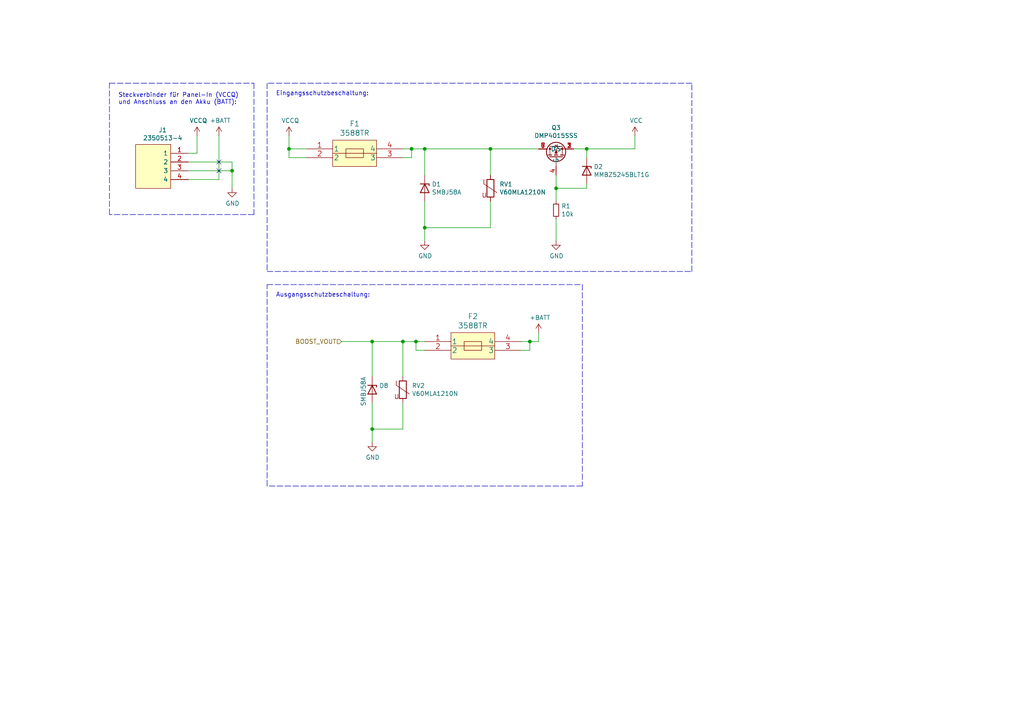
<source format=kicad_sch>
(kicad_sch (version 20211123) (generator eeschema)
  (paper "A4")
  (lib_symbols
    (symbol "Device:D_Zener" (pin_numbers hide) (pin_names (offset 1.016) hide)
      (property "Reference" "D" (at 0 2.54 0))
      (property "Value" "D_Zener" (at 0 -2.54 0))
      (symbol "D_Zener_0_1"
        (polyline (pts (xy 1.27 0) (xy -1.27 0)))
        (polyline (pts (xy -1.27 -1.27) (xy -1.27 1.27) (xy -0.762 1.27)) (stroke (width 0.254)))
        (polyline (pts (xy 1.27 -1.27) (xy 1.27 1.27) (xy -1.27 0) (xy 1.27 -1.27)) (stroke (width 0.254)))
      )
      (symbol "D_Zener_1_1"
        (pin passive line (at -3.81 0 0) (length 2.54) (name "K") (number "1"))
        (pin passive line (at 3.81 0 180) (length 2.54) (name "A") (number "2"))
      )
    )
    (symbol "Device:R_Small" (pin_numbers hide) (pin_names (offset 0.254) hide)
      (property "Reference" "R" (at 0.762 0.508 0))
      (property "Value" "R_Small" (at 0.762 -1.016 0))
      (symbol "R_Small_0_1"
        (rectangle (start -0.762 1.778) (end 0.762 -1.778) (stroke (width 0.2032)))
      )
      (symbol "R_Small_1_1"
        (pin passive line (at 0 2.54 270) (length 0.762) (name "~") (number "1"))
        (pin passive line (at 0 -2.54 90) (length 0.762) (name "~") (number "2"))
      )
    )
    (symbol "Device:Varistor" (pin_numbers hide) (pin_names (offset 0))
      (property "Reference" "RV" (at 3.175 0 90))
      (property "Value" "Varistor" (at -3.175 0 90))
      (symbol "Varistor_0_0"
        (text "U" (at -1.778 -2.032 0) (effects (font (size 1.27 1.27))))
      )
      (symbol "Varistor_0_1"
        (rectangle (start -1.016 -2.54) (end 1.016 2.54) (stroke (width 0.254)))
        (polyline (pts (xy -1.905 2.54) (xy -1.905 1.27) (xy 1.905 -1.27)))
      )
      (symbol "Varistor_1_1"
        (pin passive line (at 0 3.81 270) (length 1.27) (name "~") (number "1"))
        (pin passive line (at 0 -3.81 90) (length 1.27) (name "~") (number "2"))
      )
    )
    (symbol "MPPT_Solar_lib:2350513-4" (pin_names (offset 0.762))
      (property "Reference" "J" (at 5.08 6.35 0))
      (property "Value" "2350513-4" (at 5.08 3.81 0))
      (symbol "2350513-4_0_0"
        (pin passive line (at 0 0 0) (length 5.08) (name "1") (number "1"))
        (pin passive line (at 0 -2.54 0) (length 5.08) (name "2") (number "2"))
        (pin passive line (at 0 -5.08 0) (length 5.08) (name "3") (number "3"))
        (pin passive line (at 0 -7.62 0) (length 5.08) (name "4") (number "4"))
      )
      (symbol "2350513-4_0_1"
        (polyline (pts (xy 5.08 2.54) (xy 15.24 2.54) (xy 15.24 -10.16) (xy 5.08 -10.16) (xy 5.08 2.54)) (stroke (width 0.1524)) (fill (type background)))
      )
    )
    (symbol "MPPT_Solar_lib:3588TR" (pin_names (offset 0.254))
      (property "Reference" "F" (at 0 7.62 0))
      (property "Value" "3588TR" (at 0 5.08 0))
      (symbol "3588TR_0_1"
        (rectangle (start -6.35 3.81) (end 6.35 -3.81) (fill (type background)))
        (rectangle (start -2.54 1.27) (end 2.54 -1.27))
        (polyline (pts (xy -6.35 0) (xy 6.35 0)))
      )
      (symbol "3588TR_1_1"
        (pin unspecified line (at -13.97 1.27 0) (length 7.62) (name "1") (number "1"))
        (pin unspecified line (at -13.97 -1.27 0) (length 7.62) (name "2") (number "2"))
        (pin unspecified line (at 13.97 -1.27 180) (length 7.62) (name "3") (number "3"))
        (pin unspecified line (at 13.97 1.27 180) (length 7.62) (name "4") (number "4"))
      )
    )
    (symbol "MPPT_Solar_lib:DMP4015SSS" (pin_names (offset 1.016))
      (property "Reference" "Q" (at 0 16.51 0))
      (property "Value" "DMP4015SSS" (at 0 13.97 0))
      (symbol "DMP4015SSS_1_1"
        (circle (center -0.889 0) (radius 2.794) (stroke (width 0.254)))
        (circle (center 0 -1.778) (radius 0.254) (fill (type outline)))
        (polyline (pts (xy -2.286 0) (xy -5.08 0)))
        (polyline (pts (xy -2.286 1.905) (xy -2.286 -1.905)) (stroke (width 0.254)))
        (polyline (pts (xy -1.778 -1.27) (xy -1.778 -2.286)) (stroke (width 0.254)))
        (polyline (pts (xy -1.778 0.508) (xy -1.778 -0.508)) (stroke (width 0.254)))
        (polyline (pts (xy -1.778 2.286) (xy -1.778 1.27)) (stroke (width 0.254)))
        (polyline (pts (xy 0 -2.54) (xy 0 0) (xy -1.778 0)))
        (polyline (pts (xy -1.778 1.778) (xy 0.762 1.778) (xy 0.762 -1.778) (xy -1.778 -1.778)))
        (polyline (pts (xy -0.254 0) (xy -1.27 0.381) (xy -1.27 -0.381) (xy -0.254 0)) (fill (type outline)))
        (polyline (pts (xy 0.254 -0.508) (xy 0.381 -0.381) (xy 1.143 -0.381) (xy 1.27 -0.254)))
        (polyline (pts (xy 0.762 -0.381) (xy 0.381 0.254) (xy 1.143 0.254) (xy 0.762 -0.381)))
        (circle (center 0 1.778) (radius 0.254) (fill (type outline)))
        (pin passive line (at 0 -5.08 90) (length 2.54) (name "S") (number "1"))
        (pin passive line (at 0 -5.08 90) (length 2.54) (name "S") (number "2"))
        (pin passive line (at 0 -5.08 90) (length 2.54) (name "S") (number "3"))
        (pin input line (at -7.62 0 0) (length 2.54) (name "G") (number "4"))
        (pin passive line (at 0 5.08 270) (length 2.54) (name "D") (number "5"))
        (pin passive line (at 0 5.08 270) (length 2.54) (name "D") (number "6"))
        (pin passive line (at 0 5.08 270) (length 2.54) (name "D") (number "7"))
        (pin passive line (at 0 5.08 270) (length 2.54) (name "D") (number "8"))
      )
    )
    (symbol "power:+BATT" (power) (pin_names (offset 0))
      (property "Value" "+BATT" (at 0 3.556 0))
      (symbol "+BATT_0_1"
        (polyline (pts (xy -0.762 1.27) (xy 0 2.54)))
        (polyline (pts (xy 0 0) (xy 0 2.54)))
        (polyline (pts (xy 0 2.54) (xy 0.762 1.27)))
      )
      (symbol "+BATT_1_1"
        (pin power_in line (at 0 0 90) (length 0) hide (name "+BATT") (number "1"))
      )
    )
    (symbol "power:GND" (power) (pin_names (offset 0))
      (property "Value" "GND" (at 0 -3.81 0))
      (symbol "GND_0_1"
        (polyline (pts (xy 0 0) (xy 0 -1.27) (xy 1.27 -1.27) (xy 0 -2.54) (xy -1.27 -1.27) (xy 0 -1.27)))
      )
      (symbol "GND_1_1"
        (pin power_in line (at 0 0 270) (length 0) hide (name "GND") (number "1"))
      )
    )
    (symbol "power:VCC" (power) (pin_names (offset 0))
      (property "Value" "VCC" (at 0 3.81 0))
      (symbol "VCC_0_1"
        (polyline (pts (xy -0.762 1.27) (xy 0 2.54)))
        (polyline (pts (xy 0 0) (xy 0 2.54)))
        (polyline (pts (xy 0 2.54) (xy 0.762 1.27)))
      )
      (symbol "VCC_1_1"
        (pin power_in line (at 0 0 90) (length 0) hide (name "VCC") (number "1"))
      )
    )
    (symbol "power:VCCQ" (power) (pin_names (offset 0))
      (property "Value" "VCCQ" (at 0 3.81 0))
      (symbol "VCCQ_0_1"
        (polyline (pts (xy -0.762 1.27) (xy 0 2.54)))
        (polyline (pts (xy 0 0) (xy 0 2.54)))
        (polyline (pts (xy 0 2.54) (xy 0.762 1.27)))
      )
      (symbol "VCCQ_1_1"
        (pin power_in line (at 0 0 90) (length 0) hide (name "VCCQ") (number "1"))
      )
    )
  )
  (junction (at 116.84 99.06))
  (junction (at 170.18 43.18))
  (junction (at 107.95 124.46))
  (junction (at 67.31 49.53))
  (junction (at 161.29 54.61))
  (junction (at 123.19 43.18))
  (junction (at 123.19 66.04))
  (junction (at 120.65 99.06))
  (junction (at 83.82 43.18))
  (junction (at 142.24 43.18))
  (junction (at 153.67 99.06))
  (junction (at 119.38 43.18))
  (junction (at 107.95 99.06))
  (no_connect (at 63.5 46.99))
  (no_connect (at 63.5 49.53))
  (wire (pts (xy 67.31 49.53) (xy 67.31 54.61)))
  (wire (pts (xy 83.82 43.18) (xy 88.9 43.18)))
  (wire (pts (xy 57.15 44.45) (xy 54.61 44.45)))
  (polyline (pts (xy 200.66 24.13) (xy 77.47 24.13)))
  (wire (pts (xy 83.82 45.72) (xy 83.82 43.18)))
  (wire (pts (xy 54.61 52.07) (xy 63.5 52.07)))
  (wire (pts (xy 99.06 99.06) (xy 107.95 99.06)))
  (wire (pts (xy 142.24 58.42) (xy 142.24 66.04)))
  (wire (pts (xy 116.84 109.22) (xy 116.84 99.06)))
  (wire (pts (xy 161.29 54.61) (xy 161.29 58.42)))
  (polyline (pts (xy 31.75 24.13) (xy 73.66 24.13)))
  (wire (pts (xy 142.24 50.8) (xy 142.24 43.18)))
  (wire (pts (xy 116.84 116.84) (xy 116.84 124.46)))
  (wire (pts (xy 119.38 45.72) (xy 116.84 45.72)))
  (wire (pts (xy 54.61 49.53) (xy 67.31 49.53)))
  (wire (pts (xy 123.19 99.06) (xy 120.65 99.06)))
  (wire (pts (xy 161.29 63.5) (xy 161.29 69.85)))
  (wire (pts (xy 107.95 124.46) (xy 116.84 124.46)))
  (wire (pts (xy 161.29 54.61) (xy 170.18 54.61)))
  (polyline (pts (xy 77.47 24.13) (xy 77.47 78.74)))
  (wire (pts (xy 88.9 45.72) (xy 83.82 45.72)))
  (polyline (pts (xy 77.47 140.97) (xy 77.47 82.55)))
  (wire (pts (xy 153.67 99.06) (xy 151.13 99.06)))
  (polyline (pts (xy 77.47 78.74) (xy 200.66 78.74)))
  (wire (pts (xy 54.61 46.99) (xy 67.31 46.99)))
  (wire (pts (xy 123.19 66.04) (xy 142.24 66.04)))
  (wire (pts (xy 123.19 43.18) (xy 142.24 43.18)))
  (polyline (pts (xy 77.47 82.55) (xy 168.91 82.55)))
  (polyline (pts (xy 200.66 78.74) (xy 200.66 24.13)))
  (polyline (pts (xy 168.91 82.55) (xy 168.91 140.97)))
  (wire (pts (xy 156.21 96.52) (xy 156.21 99.06)))
  (wire (pts (xy 184.15 43.18) (xy 184.15 39.37)))
  (wire (pts (xy 116.84 43.18) (xy 119.38 43.18)))
  (wire (pts (xy 107.95 116.84) (xy 107.95 124.46)))
  (polyline (pts (xy 31.75 62.23) (xy 31.75 24.13)))
  (wire (pts (xy 120.65 101.6) (xy 123.19 101.6)))
  (wire (pts (xy 153.67 101.6) (xy 153.67 99.06)))
  (wire (pts (xy 156.21 99.06) (xy 153.67 99.06)))
  (wire (pts (xy 107.95 99.06) (xy 116.84 99.06)))
  (wire (pts (xy 123.19 58.42) (xy 123.19 66.04)))
  (wire (pts (xy 170.18 43.18) (xy 170.18 45.72)))
  (wire (pts (xy 170.18 43.18) (xy 184.15 43.18)))
  (wire (pts (xy 161.29 50.8) (xy 161.29 54.61)))
  (polyline (pts (xy 168.91 140.97) (xy 77.47 140.97)))
  (wire (pts (xy 120.65 99.06) (xy 116.84 99.06)))
  (wire (pts (xy 142.24 43.18) (xy 156.21 43.18)))
  (wire (pts (xy 119.38 43.18) (xy 123.19 43.18)))
  (wire (pts (xy 170.18 54.61) (xy 170.18 53.34)))
  (wire (pts (xy 63.5 52.07) (xy 63.5 39.37)))
  (wire (pts (xy 119.38 43.18) (xy 119.38 45.72)))
  (wire (pts (xy 123.19 50.8) (xy 123.19 43.18)))
  (wire (pts (xy 57.15 39.37) (xy 57.15 44.45)))
  (wire (pts (xy 107.95 128.27) (xy 107.95 124.46)))
  (wire (pts (xy 151.13 101.6) (xy 153.67 101.6)))
  (wire (pts (xy 107.95 109.22) (xy 107.95 99.06)))
  (wire (pts (xy 123.19 69.85) (xy 123.19 66.04)))
  (wire (pts (xy 67.31 46.99) (xy 67.31 49.53)))
  (wire (pts (xy 120.65 99.06) (xy 120.65 101.6)))
  (polyline (pts (xy 73.66 24.13) (xy 73.66 62.23)))
  (wire (pts (xy 166.37 43.18) (xy 170.18 43.18)))
  (wire (pts (xy 83.82 39.37) (xy 83.82 43.18)))
  (polyline (pts (xy 73.66 62.23) (xy 31.75 62.23)))
  (text "Eingangsschutzbeschaltung:" (at 80.01 27.94 0) (effects (font (size 1.27 1.27)) (justify left bottom)))
  (text "Steckverbinder für Panel-In (VCCQ)\nund Anschluss an den Akku (BATT):" (at 34.29 30.48 0) (effects (font (size 1.27 1.27)) (justify left bottom)))
  (text "Ausgangsschutzbeschaltung:" (at 80.01 86.36 0) (effects (font (size 1.27 1.27)) (justify left bottom)))
  (hierarchical_label "BOOST_VOUT" (shape input) (at 99.06 99.06 180))
  (symbol (lib_id "Device:Varistor") (at 142.24 54.61 0) (unit 1)
    (property "Reference" "RV1" (at 144.8562 53.4416 0) (effects (justify left)))
    (property "Value" "V60MLA1210N" (at 144.8562 55.753 0) (effects (justify left)))
    (property "Footprint" "Resistor_SMD:R_1210_3225Metric" (effects hide))
    (property "Datasheet" "https://www.digikey.de/product-detail/en/littelfuse-inc/V60MLA1210NH/F3830CT-ND/2627750" (effects hide))
    (property "Digikey Part No" "F3830CT-ND" (effects hide))
    (property "Manufacturer Part Number" "V60MLA1210NH" (effects hide))
  )
  (symbol (lib_id "Device:D_Zener") (at 170.18 49.53 270) (unit 1)
    (property "Reference" "D2" (at 172.1866 48.3616 90) (effects (justify left)))
    (property "Value" "MMBZ5245BLT1G" (at 172.1866 50.673 90) (effects (justify left)))
    (property "Footprint" "Diode_SMD:D_SOT-23_ANK" (effects hide))
    (property "Datasheet" "https://www.digikey.de/product-detail/en/on-semiconductor/MMBZ5245BLT1G/MMBZ5245BLT1GOSCT-ND/1139860" (effects hide))
    (property "Manufacturer Part Number" "MMBZ5245BLT1G" (effects hide))
    (property "Digikey Part No" "MMBZ5245BLT1GOSCT-ND" (effects hide))
  )
  (symbol (lib_id "Device:D_Zener") (at 123.19 54.61 270) (unit 1)
    (property "Reference" "D1" (at 125.222 53.4416 90) (effects (justify left)))
    (property "Value" "SMBJ58A" (at 125.222 55.753 90) (effects (justify left)))
    (property "Footprint" "Diode_SMD:D_SMB" (effects hide))
    (property "Datasheet" "https://www.digikey.de/product-detail/en/littelfuse-inc/SMBJ58A/SMBJ58ALFCT-ND/762804" (effects hide))
    (property "Manufacturer Part Number" "SMBJ58A" (effects hide))
    (property "Digikey Part No" "SMBJ58ALFCT-ND" (effects hide))
  )
  (symbol (lib_id "MPPT_Solar_lib:3588TR") (at 102.87 44.45 0) (unit 1)
    (property "Reference" "F1" (at 102.87 35.8902 0) (effects (font (size 1.524 1.524))))
    (property "Value" "3588TR" (at 102.87 38.5826 0) (effects (font (size 1.524 1.524))))
    (property "Footprint" "MPPT_Solar_KiCAD:3588TR" (effects hide))
    (property "Datasheet" "https://www.digikey.de/product-detail/en/keystone-electronics/3588TR/36-3588CT-ND/4772085" (effects hide))
    (property "Note" "Fuse: 0297010.WXNV https://www.digikey.de/product-detail/en/littelfuse-inc/0297010-WXNV/F991-ND/146591" (effects hide))
    (property "Digikey Part No" "36-3588CT-ND" (effects hide))
    (property "Manufacturer Part Number" "3588TR" (effects hide))
  )
  (symbol (lib_id "MPPT_Solar_lib:2350513-4") (at 54.61 44.45 0) (mirror y) (unit 1)
    (property "Reference" "J1" (at 47.1932 37.719 0))
    (property "Value" "2350513-4" (at 47.1932 40.0304 0))
    (property "Footprint" "SHDRRA4W110P0X500_1X4_2160X830X1230P" (effects hide))
    (property "Datasheet" "https://www.digikey.de/product-detail/en/te-connectivity-amp-connectors/2350513-4/A145374-ND/10415924" (effects hide))
    (property "Description" "Pluggable Terminal Blocks 4pos Header 90 Deg 5.0mmTail Lgth 4.5mm" (effects hide))
    (property "Manufacturer Part Number" "2350513-4" (effects hide))
    (property "Digikey Part No" "A145374-ND" (effects hide))
    (property "Note" "Counterpart: A145365-ND (2350397-4)" (effects hide))
  )
  (symbol (lib_id "power:GND") (at 67.31 54.61 0) (unit 1)
    (property "Reference" "#PWR03" (effects hide))
    (property "Value" "GND" (at 67.437 59.0042 0))
  )
  (symbol (lib_id "power:+BATT") (at 63.5 39.37 0) (unit 1)
    (property "Reference" "#PWR02" (effects hide))
    (property "Value" "+BATT" (at 63.881 34.9758 0))
  )
  (symbol (lib_id "power:GND") (at 123.19 69.85 0) (unit 1)
    (property "Reference" "#PWR05" (effects hide))
    (property "Value" "GND" (at 123.317 74.2442 0))
  )
  (symbol (lib_id "power:VCC") (at 184.15 39.37 0) (unit 1)
    (property "Reference" "#PWR07" (effects hide))
    (property "Value" "VCC" (at 184.531 34.9758 0))
  )
  (symbol (lib_id "power:GND") (at 161.29 69.85 0) (unit 1)
    (property "Reference" "#PWR06" (effects hide))
    (property "Value" "GND" (at 161.417 74.2442 0))
  )
  (symbol (lib_id "power:VCCQ") (at 83.82 39.37 0) (unit 1)
    (property "Reference" "#PWR04" (effects hide))
    (property "Value" "VCCQ" (at 84.201 34.9758 0))
  )
  (symbol (lib_id "power:VCCQ") (at 57.15 39.37 0) (unit 1)
    (property "Reference" "#PWR01" (effects hide))
    (property "Value" "VCCQ" (at 57.531 34.9758 0))
  )
  (symbol (lib_id "Device:R_Small") (at 161.29 60.96 180) (unit 1)
    (property "Reference" "R1" (at 162.7886 59.7916 0) (effects (justify right)))
    (property "Value" "10k" (at 162.7886 62.103 0) (effects (justify right)))
    (property "Footprint" "Resistor_SMD:R_0603_1608Metric" (effects hide))
    (property "Datasheet" "https://www.mouser.de/ProductDetail/Yageo/RC0603FR-0710KL?qs=sGAEpiMZZMvdGkrng054t%252BZQNaZdkHZDFRS%252Bk3sHilE%3D" (effects hide))
    (property "Manufacturer Part Number" "RC0603FR-0710KL" (effects hide))
    (property "Digikey Part No" "311-10.0KHRCT-ND" (effects hide))
  )
  (symbol (lib_id "power:+BATT") (at 156.21 96.52 0) (unit 1)
    (property "Reference" "#PWR0102" (effects hide))
    (property "Value" "+BATT" (at 156.591 92.1258 0))
  )
  (symbol (lib_id "MPPT_Solar_lib:3588TR") (at 137.16 100.33 0) (unit 1)
    (property "Reference" "F2" (at 137.16 91.7702 0) (effects (font (size 1.524 1.524))))
    (property "Value" "3588TR" (at 137.16 94.4626 0) (effects (font (size 1.524 1.524))))
    (property "Footprint" "MPPT_Solar_KiCAD:3588TR" (effects hide))
    (property "Datasheet" "https://www.digikey.de/product-detail/en/keystone-electronics/3588TR/36-3588CT-ND/4772085" (effects hide))
    (property "Note" "Fuse: 0297010.WXNV https://www.digikey.de/product-detail/en/littelfuse-inc/0297010-WXNV/F991-ND/146591" (effects hide))
    (property "Digikey Part No" "36-3588CT-ND" (effects hide))
    (property "Manufacturer Part Number" "3588TR" (effects hide))
  )
  (symbol (lib_id "Device:Varistor") (at 116.84 113.03 0) (unit 1)
    (property "Reference" "RV2" (at 119.4562 111.8616 0) (effects (justify left)))
    (property "Value" "V60MLA1210N " (at 119.4562 114.173 0) (effects (justify left)))
    (property "Footprint" "Resistor_SMD:R_1210_3225Metric" (effects hide))
    (property "Datasheet" "https://www.digikey.de/product-detail/en/littelfuse-inc/V60MLA1210NH/F3830CT-ND/2627750" (effects hide))
    (property "Digikey Part No" "F3830CT-ND" (effects hide))
    (property "Manufacturer Part Number" "V60MLA1210NH" (effects hide))
  )
  (symbol (lib_id "power:GND") (at 107.95 128.27 0) (unit 1)
    (property "Reference" "#PWR0122" (effects hide))
    (property "Value" "GND" (at 108.077 132.6642 0))
  )
  (symbol (lib_id "Device:D_Zener") (at 107.95 113.03 270) (unit 1)
    (property "Reference" "D8" (at 109.982 111.8616 90) (effects (justify left)))
    (property "Value" "SMBJ58A" (at 105.41 109.22 0) (effects (justify left)))
    (property "Footprint" "Diode_SMD:D_SMB" (effects hide))
    (property "Datasheet" "https://www.digikey.de/product-detail/en/littelfuse-inc/SMBJ58A/SMBJ58ALFCT-ND/762804" (effects hide))
    (property "Manufacturer Part Number" "SMBJ58A" (effects hide))
    (property "Digikey Part No" "SMBJ58ALFCT-ND" (effects hide))
  )
  (symbol (lib_id "MPPT_Solar_lib:DMP4015SSS") (at 161.29 43.18 90) (unit 1)
    (property "Reference" "Q3" (at 161.29 37.0332 90))
    (property "Value" "DMP4015SSS" (at 161.29 39.3446 90))
    (property "Footprint" "Package_SO:SO-8_3.9x4.9mm_P1.27mm" (effects hide))
    (property "Datasheet" "https://www.digikey.de/product-detail/en/diodes-incorporated/DMP4015SSS-13/DMP4015SSS-13DICT-ND/5218252" (effects hide))
    (property "Manufacturer Part No" "DMP4015SSS-13" (effects hide))
    (property "Digi-Key Part No" "DMP4015SSS-13DICT-ND" (effects hide))
  )
)
</source>
